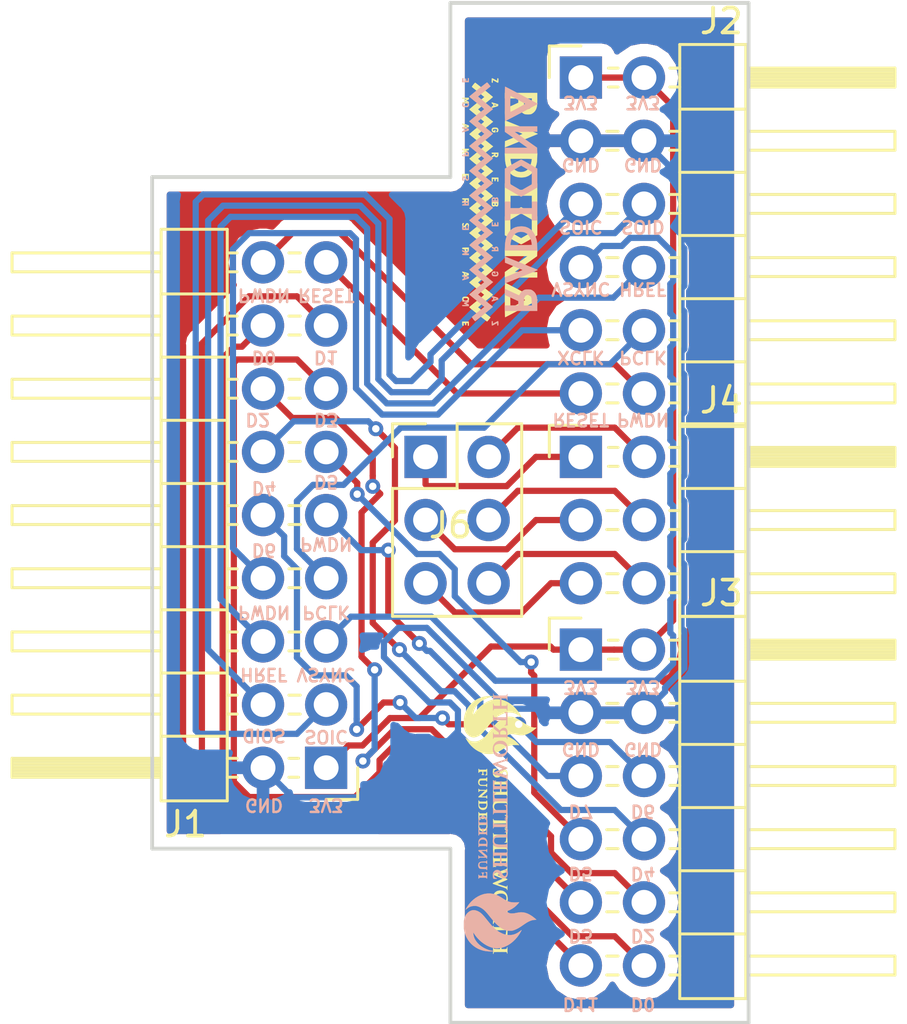
<source format=kicad_pcb>
(kicad_pcb (version 20171130) (host pcbnew 5.0.1+dfsg1-3~bpo9+1)
  (layers (0 F.Cu signal) (31 B.Cu signal) (34 B.Paste user) (35 F.Paste user) (36 B.SilkS user) (37 F.SilkS user) (38 B.Mask user) (39 F.Mask user) (44 Edge.Cuts user))
  (net 0 "")
  (net 1 3V3)
  (net 2 GND)
  (net 3 SIOC)
  (net 4 SIOD)
  (net 5 VSYNC)
  (net 6 HREF)
  (net 7 PCLK)
  (net 8 XCLK)
  (net 9 D7)
  (net 10 D6)
  (net 11 D5)
  (net 12 D4)
  (net 13 D3)
  (net 14 D2)
  (net 15 D1)
  (net 16 D0)
  (net 17 RESET)
  (net 18 PWDN)
  (net 19 "Net-(J4-Pad1)")
  (net 20 "Net-(J4-Pad2)")
  (net 21 "Net-(J4-Pad3)")
  (net 22 "Net-(J4-Pad4)")
  (net 23 "Net-(J4-Pad5)")
  (net 24 "Net-(J4-Pad6)")
  (module parts:radiona-10mm (layer B.Cu) (at 154 64 90)
    (fp_text reference G*** hide)
    (fp_text value LOGO hide)
  )
  (module parts:shutleworth-12mm (layer B.Cu) (at 154 89 90)
    (fp_text reference G*** hide)
    (fp_text value LOGO hide)
  )
  (module Connector_PinHeader_2.54mm:PinHeader_2x09_P2.54mm_Horizontal (layer F.Cu) (at 147 86.75 180)
    (fp_text reference J1 (at 5.655 -2.27 180) (layer F.SilkS))
    (fp_text value OV7670)
    (pad 1 thru_hole rect (at 0 0 180) (size 1.7 1.7) (drill 1) (layers *.Cu *.Mask) (net 1 3V3))
    (pad 2 thru_hole oval (at 2.54 0 180) (size 1.7 1.7) (drill 1) (layers *.Cu *.Mask) (net 2 GND))
    (pad 3 thru_hole oval (at 0 2.54 180) (size 1.7 1.7) (drill 1) (layers *.Cu *.Mask) (net 3 SIOC))
    (pad 4 thru_hole oval (at 2.54 2.54 180) (size 1.7 1.7) (drill 1) (layers *.Cu *.Mask) (net 4 SIOD))
    (pad 5 thru_hole oval (at 0 5.08 180) (size 1.7 1.7) (drill 1) (layers *.Cu *.Mask) (net 5 VSYNC))
    (pad 6 thru_hole oval (at 2.54 5.08 180) (size 1.7 1.7) (drill 1) (layers *.Cu *.Mask) (net 6 HREF))
    (pad 7 thru_hole oval (at 0 7.62 180) (size 1.7 1.7) (drill 1) (layers *.Cu *.Mask) (net 7 PCLK))
    (pad 8 thru_hole oval (at 2.54 7.62 180) (size 1.7 1.7) (drill 1) (layers *.Cu *.Mask) (net 8 XCLK))
    (pad 9 thru_hole oval (at 0 10.16 180) (size 1.7 1.7) (drill 1) (layers *.Cu *.Mask) (net 9 D7))
    (pad 10 thru_hole oval (at 2.54 10.16 180) (size 1.7 1.7) (drill 1) (layers *.Cu *.Mask) (net 10 D6))
    (pad 11 thru_hole oval (at 0 12.7 180) (size 1.7 1.7) (drill 1) (layers *.Cu *.Mask) (net 11 D5))
    (pad 12 thru_hole oval (at 2.54 12.7 180) (size 1.7 1.7) (drill 1) (layers *.Cu *.Mask) (net 12 D4))
    (pad 13 thru_hole oval (at 0 15.24 180) (size 1.7 1.7) (drill 1) (layers *.Cu *.Mask) (net 13 D3))
    (pad 14 thru_hole oval (at 2.54 15.24 180) (size 1.7 1.7) (drill 1) (layers *.Cu *.Mask) (net 14 D2))
    (pad 15 thru_hole oval (at 0 17.78 180) (size 1.7 1.7) (drill 1) (layers *.Cu *.Mask) (net 15 D1))
    (pad 16 thru_hole oval (at 2.54 17.78 180) (size 1.7 1.7) (drill 1) (layers *.Cu *.Mask) (net 16 D0))
    (pad 17 thru_hole oval (at 0 20.32 180) (size 1.7 1.7) (drill 1) (layers *.Cu *.Mask) (net 17 RESET))
    (pad 18 thru_hole oval (at 2.54 20.32 180) (size 1.7 1.7) (drill 1) (layers *.Cu *.Mask) (net 18 PWDN))
  )
  (module Connector_PinHeader_2.54mm:PinHeader_2x06_P2.54mm_Horizontal (layer F.Cu) (at 157.25 59)
    (fp_text reference J2 (at 5.655 -2.27) (layer F.SilkS))
    (fp_text value PMOD1)
    (pad 1 thru_hole rect (at 0 0) (size 1.7 1.7) (drill 1) (layers *.Cu *.Mask) (net 1 3V3))
    (pad 2 thru_hole oval (at 2.54 0) (size 1.7 1.7) (drill 1) (layers *.Cu *.Mask) (net 1 3V3))
    (pad 3 thru_hole oval (at 0 2.54) (size 1.7 1.7) (drill 1) (layers *.Cu *.Mask) (net 2 GND))
    (pad 4 thru_hole oval (at 2.54 2.54) (size 1.7 1.7) (drill 1) (layers *.Cu *.Mask) (net 2 GND))
    (pad 5 thru_hole oval (at 0 5.08) (size 1.7 1.7) (drill 1) (layers *.Cu *.Mask) (net 3 SIOC))
    (pad 6 thru_hole oval (at 2.54 5.08) (size 1.7 1.7) (drill 1) (layers *.Cu *.Mask) (net 4 SIOD))
    (pad 7 thru_hole oval (at 0 7.62) (size 1.7 1.7) (drill 1) (layers *.Cu *.Mask) (net 5 VSYNC))
    (pad 8 thru_hole oval (at 2.54 7.62) (size 1.7 1.7) (drill 1) (layers *.Cu *.Mask) (net 6 HREF))
    (pad 9 thru_hole oval (at 0 10.16) (size 1.7 1.7) (drill 1) (layers *.Cu *.Mask) (net 8 XCLK))
    (pad 10 thru_hole oval (at 2.54 10.16) (size 1.7 1.7) (drill 1) (layers *.Cu *.Mask) (net 7 PCLK))
    (pad 11 thru_hole oval (at 0 12.7) (size 1.7 1.7) (drill 1) (layers *.Cu *.Mask) (net 17 RESET))
    (pad 12 thru_hole oval (at 2.54 12.7) (size 1.7 1.7) (drill 1) (layers *.Cu *.Mask) (net 18 PWDN))
  )
  (module Connector_PinHeader_2.54mm:PinHeader_2x06_P2.54mm_Horizontal (layer F.Cu) (at 157.25 82)
    (fp_text reference J3 (at 5.655 -2.27) (layer F.SilkS))
    (fp_text value PMOD2)
    (pad 1 thru_hole rect (at 0 0) (size 1.7 1.7) (drill 1) (layers *.Cu *.Mask) (net 1 3V3))
    (pad 2 thru_hole oval (at 2.54 0) (size 1.7 1.7) (drill 1) (layers *.Cu *.Mask) (net 1 3V3))
    (pad 3 thru_hole oval (at 0 2.54) (size 1.7 1.7) (drill 1) (layers *.Cu *.Mask) (net 2 GND))
    (pad 4 thru_hole oval (at 2.54 2.54) (size 1.7 1.7) (drill 1) (layers *.Cu *.Mask) (net 2 GND))
    (pad 5 thru_hole oval (at 0 5.08) (size 1.7 1.7) (drill 1) (layers *.Cu *.Mask) (net 9 D7))
    (pad 6 thru_hole oval (at 2.54 5.08) (size 1.7 1.7) (drill 1) (layers *.Cu *.Mask) (net 10 D6))
    (pad 7 thru_hole oval (at 0 7.62) (size 1.7 1.7) (drill 1) (layers *.Cu *.Mask) (net 11 D5))
    (pad 8 thru_hole oval (at 2.54 7.62) (size 1.7 1.7) (drill 1) (layers *.Cu *.Mask) (net 12 D4))
    (pad 9 thru_hole oval (at 0 10.16) (size 1.7 1.7) (drill 1) (layers *.Cu *.Mask) (net 13 D3))
    (pad 10 thru_hole oval (at 2.54 10.16) (size 1.7 1.7) (drill 1) (layers *.Cu *.Mask) (net 14 D2))
    (pad 11 thru_hole oval (at 0 12.7) (size 1.7 1.7) (drill 1) (layers *.Cu *.Mask) (net 15 D1))
    (pad 12 thru_hole oval (at 2.54 12.7) (size 1.7 1.7) (drill 1) (layers *.Cu *.Mask) (net 16 D0))
  )
  (module Connector_PinHeader_2.54mm:PinHeader_2x03_P2.54mm_Horizontal (layer F.Cu) (at 157.25 74.25)
    (fp_text reference J4 (at 5.655 -2.27) (layer F.SilkS))
    (fp_text value PMOD1_EXT)
    (pad 1 thru_hole rect (at 0 0) (size 1.7 1.7) (drill 1) (layers *.Cu *.Mask) (net 19 "Net-(J4-Pad1)"))
    (pad 2 thru_hole oval (at 2.54 0) (size 1.7 1.7) (drill 1) (layers *.Cu *.Mask) (net 20 "Net-(J4-Pad2)"))
    (pad 3 thru_hole oval (at 0 2.54) (size 1.7 1.7) (drill 1) (layers *.Cu *.Mask) (net 21 "Net-(J4-Pad3)"))
    (pad 4 thru_hole oval (at 2.54 2.54) (size 1.7 1.7) (drill 1) (layers *.Cu *.Mask) (net 22 "Net-(J4-Pad4)"))
    (pad 5 thru_hole oval (at 0 5.08) (size 1.7 1.7) (drill 1) (layers *.Cu *.Mask) (net 23 "Net-(J4-Pad5)"))
    (pad 6 thru_hole oval (at 2.54 5.08) (size 1.7 1.7) (drill 1) (layers *.Cu *.Mask) (net 24 "Net-(J4-Pad6)"))
  )
  (module Connector_PinHeader_2.54mm:PinHeader_2x03_P2.54mm_Vertical (layer F.Cu) (at 151 74.25)
    (fp_text reference J6 (at 1 2.75) (layer F.SilkS))
    (fp_text value EXT1)
    (pad 1 thru_hole rect (at 0 0) (size 1.7 1.7) (drill 1) (layers *.Cu *.Mask) (net 19 "Net-(J4-Pad1)"))
    (pad 2 thru_hole oval (at 2.54 0) (size 1.7 1.7) (drill 1) (layers *.Cu *.Mask) (net 20 "Net-(J4-Pad2)"))
    (pad 3 thru_hole oval (at 0 2.54) (size 1.7 1.7) (drill 1) (layers *.Cu *.Mask) (net 21 "Net-(J4-Pad3)"))
    (pad 4 thru_hole oval (at 2.54 2.54) (size 1.7 1.7) (drill 1) (layers *.Cu *.Mask) (net 22 "Net-(J4-Pad4)"))
    (pad 5 thru_hole oval (at 0 5.08) (size 1.7 1.7) (drill 1) (layers *.Cu *.Mask) (net 23 "Net-(J4-Pad5)"))
    (pad 6 thru_hole oval (at 2.54 5.08) (size 1.7 1.7) (drill 1) (layers *.Cu *.Mask) (net 24 "Net-(J4-Pad6)"))
  )
  (module parts:shutleworth-12mm (layer F.Cu) (at 154 89 270)
    (fp_text reference G*** hide)
    (fp_text value LOGO hide)
  )
  (module parts:radiona-10mm (layer F.Cu) (at 154 64 270)
    (fp_text reference G*** hide)
    (fp_text value LOGO hide)
  )
  (gr_line (start 140 63) (end 140 90) (layer Edge.Cuts) (width 0.15))
  (gr_line (start 152 63) (end 140 63) (layer Edge.Cuts) (width 0.15))
  (gr_line (start 152 62) (end 152 63) (layer Edge.Cuts) (width 0.15))
  (gr_line (start 152 97) (end 164 97) (layer Edge.Cuts) (width 0.15))
  (gr_line (start 152 90) (end 152 97) (layer Edge.Cuts) (width 0.15))
  (gr_line (start 140 90) (end 152 90) (layer Edge.Cuts) (width 0.15))
  (gr_line (start 152 56) (end 152 62) (layer Edge.Cuts) (width 0.15))
  (gr_line (start 164 56) (end 152 56) (layer Edge.Cuts) (width 0.15))
  (gr_line (start 164 97) (end 164 56) (layer Edge.Cuts) (width 0.15))
  (gr_text PWDN (at 159.75 72.75 180) (layer B.SilkS) (effects (font (size 0.5 0.5) (thickness 0.1)) (justify mirror)))
  (gr_text RESET (at 157.25 72.75 180) (layer B.SilkS) (effects (font (size 0.5 0.5) (thickness 0.1)) (justify mirror)))
  (gr_text PCLK (at 159.75 70.25 180) (layer B.SilkS) (effects (font (size 0.5 0.5) (thickness 0.1)) (justify mirror)))
  (gr_text XCLK (at 157.25 70.25 180) (layer B.SilkS) (effects (font (size 0.5 0.5) (thickness 0.1)) (justify mirror)))
  (gr_text HREF (at 159.75 67.5 180) (layer B.SilkS) (effects (font (size 0.5 0.5) (thickness 0.1)) (justify mirror)))
  (gr_text VSYNC (at 157.25 67.5 180) (layer B.SilkS) (effects (font (size 0.5 0.5) (thickness 0.1)) (justify mirror)))
  (gr_text SOID (at 159.75 65 180) (layer B.SilkS) (effects (font (size 0.5 0.5) (thickness 0.1)) (justify mirror)))
  (gr_text SOIC (at 157.25 65 180) (layer B.SilkS) (effects (font (size 0.5 0.5) (thickness 0.1)) (justify mirror)))
  (gr_text GND (at 159.75 62.5 180) (layer B.SilkS) (effects (font (size 0.5 0.5) (thickness 0.1)) (justify mirror)))
  (gr_text GND (at 157.25 62.5 180) (layer B.SilkS) (effects (font (size 0.5 0.5) (thickness 0.1)) (justify mirror)))
  (gr_text 3V3 (at 157.25 60 180) (layer B.SilkS) (effects (font (size 0.5 0.5) (thickness 0.1)) (justify mirror)))
  (gr_text 3V3 (at 159.75 60 180) (layer B.SilkS) (effects (font (size 0.5 0.5) (thickness 0.1)) (justify mirror)))
  (gr_text D11 (at 157.25 96.25 180) (layer B.SilkS) (effects (font (size 0.5 0.5) (thickness 0.1)) (justify mirror)))
  (gr_text D0 (at 159.75 96.25 180) (layer B.SilkS) (effects (font (size 0.5 0.5) (thickness 0.1)) (justify mirror)))
  (gr_text D2 (at 159.75 93.5 180) (layer B.SilkS) (effects (font (size 0.5 0.5) (thickness 0.1)) (justify mirror)))
  (gr_text D3 (at 157.25 93.5 180) (layer B.SilkS) (effects (font (size 0.5 0.5) (thickness 0.1)) (justify mirror)))
  (gr_text D5 (at 157.25 91 180) (layer B.SilkS) (effects (font (size 0.5 0.5) (thickness 0.1)) (justify mirror)))
  (gr_text D4 (at 159.75 91 180) (layer B.SilkS) (effects (font (size 0.5 0.5) (thickness 0.1)) (justify mirror)))
  (gr_text D6 (at 159.75 88.5 180) (layer B.SilkS) (effects (font (size 0.5 0.5) (thickness 0.1)) (justify mirror)))
  (gr_text D7 (at 157.25 88.5 180) (layer B.SilkS) (effects (font (size 0.5 0.5) (thickness 0.1)) (justify mirror)))
  (gr_text GND (at 157.25 86 180) (layer B.SilkS) (effects (font (size 0.5 0.5) (thickness 0.1)) (justify mirror)))
  (gr_text GND (at 159.75 86 180) (layer B.SilkS) (effects (font (size 0.5 0.5) (thickness 0.1)) (justify mirror)))
  (gr_text 3V3 (at 157.25 83.5 180) (layer B.SilkS) (effects (font (size 0.5 0.5) (thickness 0.1)) (justify mirror)))
  (gr_text 3V3 (at 159.75 83.5 180) (layer B.SilkS) (effects (font (size 0.5 0.5) (thickness 0.1)) (justify mirror)))
  (gr_text 3V3 (at 147 88.25 180) (layer B.SilkS) (effects (font (size 0.5 0.5) (thickness 0.1)) (justify mirror)))
  (gr_text PCLK (at 147 80.5 180) (layer B.SilkS) (effects (font (size 0.5 0.5) (thickness 0.1)) (justify mirror)))
  (gr_text VSYNC (at 147 83 180) (layer B.SilkS) (effects (font (size 0.5 0.5) (thickness 0.1)) (justify mirror)))
  (gr_text PWDN (at 147 77.75 180) (layer B.SilkS) (effects (font (size 0.5 0.5) (thickness 0.1)) (justify mirror)))
  (gr_text D5 (at 147 75.25 180) (layer B.SilkS) (effects (font (size 0.5 0.5) (thickness 0.1)) (justify mirror)))
  (gr_text D3 (at 147 72.75 180) (layer B.SilkS) (effects (font (size 0.5 0.5) (thickness 0.1)) (justify mirror)))
  (gr_text D1 (at 147 70.25 180) (layer B.SilkS) (effects (font (size 0.5 0.5) (thickness 0.1)) (justify mirror)))
  (gr_text GND (at 144.5 88.25 180) (layer B.SilkS) (effects (font (size 0.5 0.5) (thickness 0.1)) (justify mirror)))
  (gr_text HREF (at 144.5 83 180) (layer B.SilkS) (effects (font (size 0.5 0.5) (thickness 0.1)) (justify mirror)))
  (gr_text PWDN (at 144.5 80.5 180) (layer B.SilkS) (effects (font (size 0.5 0.5) (thickness 0.1)) (justify mirror)))
  (gr_text D6 (at 144.5 78 180) (layer B.SilkS) (effects (font (size 0.5 0.5) (thickness 0.1)) (justify mirror)))
  (gr_text D4 (at 144.5 75.5 180) (layer B.SilkS) (effects (font (size 0.5 0.5) (thickness 0.1)) (justify mirror)))
  (gr_text D2 (at 144.25 72.75 180) (layer B.SilkS) (effects (font (size 0.5 0.5) (thickness 0.1)) (justify mirror)))
  (gr_text D0 (at 144.5 70.25 180) (layer B.SilkS) (effects (font (size 0.5 0.5) (thickness 0.1)) (justify mirror)))
  (gr_text PWDN (at 144.5 67.75 180) (layer B.SilkS) (effects (font (size 0.5 0.5) (thickness 0.1)) (justify mirror)))
  (gr_text RESET (at 147 67.75 180) (layer B.SilkS) (effects (font (size 0.5 0.5) (thickness 0.1)) (justify mirror)))
  (gr_text SOIC (at 147 85.5 180) (layer B.SilkS) (effects (font (size 0.5 0.5) (thickness 0.1)) (justify mirror)))
  (gr_text SOID (at 144.5 85.5) (layer B.SilkS) (effects (font (size 0.5 0.5) (thickness 0.1)) (justify mirror)))
  (segment (start 157.25 59) (end 159.79 59) (width 0.25) (layer F.Cu) (net 1))
  (segment (start 158.587919 82) (end 157.25 82) (width 0.25) (layer F.Cu) (net 1))
  (segment (start 159.79 82) (end 158.587919 82) (width 0.25) (layer F.Cu) (net 1))
  (segment (start 160.965001 80.824999) (end 160.639999 81.150001) (width 0.25) (layer F.Cu) (net 1))
  (segment (start 160.639999 81.150001) (end 159.79 82) (width 0.25) (layer F.Cu) (net 1))
  (segment (start 160.965001 60.175001) (end 160.965001 80.824999) (width 0.25) (layer F.Cu) (net 1))
  (segment (start 159.79 59) (end 160.965001 60.175001) (width 0.25) (layer F.Cu) (net 1))
  (segment (start 153.632241 81.874998) (end 150.757292 84.749947) (width 0.25) (layer F.Cu) (net 1))
  (segment (start 148.465154 85.852792) (end 147.897208 85.852792) (width 0.25) (layer F.Cu) (net 1))
  (segment (start 147.897208 85.852792) (end 147 86.75) (width 0.25) (layer F.Cu) (net 1))
  (segment (start 156.024998 81.874998) (end 153.632241 81.874998) (width 0.25) (layer F.Cu) (net 1))
  (segment (start 149.567999 84.749947) (end 148.465154 85.852792) (width 0.25) (layer F.Cu) (net 1))
  (segment (start 150.757292 84.749947) (end 149.567999 84.749947) (width 0.25) (layer F.Cu) (net 1))
  (segment (start 156.15 82) (end 156.024998 81.874998) (width 0.25) (layer F.Cu) (net 1))
  (segment (start 157.25 82) (end 156.15 82) (width 0.25) (layer F.Cu) (net 1))
  (segment (start 157.25 84.54) (end 159.79 84.54) (width 0.25) (layer B.Cu) (net 2))
  (segment (start 160.639999 83.525414) (end 160.639999 83.690001) (width 0.25) (layer B.Cu) (net 2))
  (segment (start 161.415012 70.949599) (end 161.415012 72.450401) (width 0.25) (layer B.Cu) (net 2))
  (segment (start 161.299989 78.464576) (end 161.415012 78.579599) (width 0.25) (layer B.Cu) (net 2))
  (segment (start 161.299989 72.565424) (end 161.299989 73.384576) (width 0.25) (layer B.Cu) (net 2))
  (segment (start 161.415012 68.409599) (end 161.415012 69.910401) (width 0.25) (layer B.Cu) (net 2))
  (segment (start 161.299989 68.294576) (end 161.415012 68.409599) (width 0.25) (layer B.Cu) (net 2))
  (segment (start 161.415012 69.910401) (end 161.299989 70.025424) (width 0.25) (layer B.Cu) (net 2))
  (segment (start 161.415012 72.450401) (end 161.299989 72.565424) (width 0.25) (layer B.Cu) (net 2))
  (segment (start 161.299989 77.655424) (end 161.299989 78.464576) (width 0.25) (layer B.Cu) (net 2))
  (segment (start 161.415012 73.499599) (end 161.415012 75.000401) (width 0.25) (layer B.Cu) (net 2))
  (segment (start 161.299989 75.115424) (end 161.299989 75.924576) (width 0.25) (layer B.Cu) (net 2))
  (segment (start 161.415012 81.249599) (end 161.415012 82.750401) (width 0.25) (layer B.Cu) (net 2))
  (segment (start 161.415012 65.869599) (end 161.415012 67.370401) (width 0.25) (layer B.Cu) (net 2))
  (segment (start 161.415012 67.370401) (end 161.299989 67.485424) (width 0.25) (layer B.Cu) (net 2))
  (segment (start 161.415012 82.750401) (end 160.639999 83.525414) (width 0.25) (layer B.Cu) (net 2))
  (segment (start 160.639999 83.690001) (end 159.79 84.54) (width 0.25) (layer B.Cu) (net 2))
  (segment (start 161.299989 73.384576) (end 161.415012 73.499599) (width 0.25) (layer B.Cu) (net 2))
  (segment (start 161.415012 78.579599) (end 161.415012 80.080401) (width 0.25) (layer B.Cu) (net 2))
  (segment (start 161.299989 80.195424) (end 161.299989 81.134576) (width 0.25) (layer B.Cu) (net 2))
  (segment (start 161.415012 80.080401) (end 161.299989 80.195424) (width 0.25) (layer B.Cu) (net 2))
  (segment (start 161.299989 65.754576) (end 161.415012 65.869599) (width 0.25) (layer B.Cu) (net 2))
  (segment (start 161.415012 77.540401) (end 161.299989 77.655424) (width 0.25) (layer B.Cu) (net 2))
  (segment (start 161.415012 76.039599) (end 161.415012 77.540401) (width 0.25) (layer B.Cu) (net 2))
  (segment (start 161.415012 75.000401) (end 161.299989 75.115424) (width 0.25) (layer B.Cu) (net 2))
  (segment (start 161.299989 63.049989) (end 161.299989 65.754576) (width 0.25) (layer B.Cu) (net 2))
  (segment (start 159.79 61.54) (end 161.299989 63.049989) (width 0.25) (layer B.Cu) (net 2))
  (segment (start 161.299989 70.834576) (end 161.415012 70.949599) (width 0.25) (layer B.Cu) (net 2))
  (segment (start 161.299989 70.025424) (end 161.299989 70.834576) (width 0.25) (layer B.Cu) (net 2))
  (segment (start 161.299989 81.134576) (end 161.415012 81.249599) (width 0.25) (layer B.Cu) (net 2))
  (segment (start 161.299989 67.485424) (end 161.299989 68.294576) (width 0.25) (layer B.Cu) (net 2))
  (segment (start 161.299989 75.924576) (end 161.415012 76.039599) (width 0.25) (layer B.Cu) (net 2))
  (segment (start 159.79 61.54) (end 157.25 61.54) (width 0.25) (layer B.Cu) (net 2))
  (segment (start 151.148194 84.123209) (end 151.977532 84.123209) (width 0.25) (layer B.Cu) (net 2))
  (segment (start 157.25 84.54) (end 156.047919 84.54) (width 0.25) (layer B.Cu) (net 2))
  (segment (start 149.645754 87.938153) (end 145.648153 87.938153) (width 0.25) (layer B.Cu) (net 2))
  (segment (start 145.648153 87.938153) (end 145.309999 87.599999) (width 0.25) (layer B.Cu) (net 2))
  (segment (start 155.882918 84.374999) (end 154.300003 84.374999) (width 0.25) (layer B.Cu) (net 2))
  (segment (start 152.302532 85.281375) (end 149.645754 87.938153) (width 0.25) (layer B.Cu) (net 2))
  (segment (start 151.977532 84.123209) (end 152.302532 84.448209) (width 0.25) (layer B.Cu) (net 2))
  (segment (start 154.300003 84.374999) (end 151.050002 81.124998) (width 0.25) (layer B.Cu) (net 2))
  (segment (start 149.324986 81.699999) (end 149.324986 82.300001) (width 0.25) (layer B.Cu) (net 2))
  (segment (start 149.899987 81.124998) (end 149.324986 81.699999) (width 0.25) (layer B.Cu) (net 2))
  (segment (start 151.050002 81.124998) (end 149.899987 81.124998) (width 0.25) (layer B.Cu) (net 2))
  (segment (start 149.324986 82.300001) (end 151.148194 84.123209) (width 0.25) (layer B.Cu) (net 2))
  (segment (start 156.047919 84.54) (end 155.882918 84.374999) (width 0.25) (layer B.Cu) (net 2))
  (segment (start 145.309999 87.599999) (end 144.46 86.75) (width 0.25) (layer B.Cu) (net 2))
  (segment (start 152.302532 84.448209) (end 152.302532 85.281375) (width 0.25) (layer B.Cu) (net 2))
  (segment (start 149.8136 71.200011) (end 149.549989 70.9364) (width 0.25) (layer B.Cu) (net 3))
  (segment (start 151.200011 70.129989) (end 151.200011 70.4364) (width 0.25) (layer B.Cu) (net 3))
  (segment (start 145.824999 85.385001) (end 146.150001 85.059999) (width 0.25) (layer B.Cu) (net 3))
  (segment (start 148.5636 63.700011) (end 142.049989 63.700011) (width 0.25) (layer B.Cu) (net 3))
  (segment (start 141.75 85.25) (end 141.885001 85.385001) (width 0.25) (layer B.Cu) (net 3))
  (segment (start 141.75 64) (end 141.75 85.25) (width 0.25) (layer B.Cu) (net 3))
  (segment (start 146.150001 85.059999) (end 147 84.21) (width 0.25) (layer B.Cu) (net 3))
  (segment (start 149.549989 70.9364) (end 149.549989 64.6864) (width 0.25) (layer B.Cu) (net 3))
  (segment (start 142.049989 63.700011) (end 141.75 64) (width 0.25) (layer B.Cu) (net 3))
  (segment (start 149.549989 64.6864) (end 148.5636 63.700011) (width 0.25) (layer B.Cu) (net 3))
  (segment (start 150.4364 71.200011) (end 149.8136 71.200011) (width 0.25) (layer B.Cu) (net 3))
  (segment (start 141.885001 85.385001) (end 145.824999 85.385001) (width 0.25) (layer B.Cu) (net 3))
  (segment (start 151.200011 70.4364) (end 150.4364 71.200011) (width 0.25) (layer B.Cu) (net 3))
  (segment (start 157.25 64.08) (end 151.200011 70.129989) (width 0.25) (layer B.Cu) (net 3))
  (segment (start 142.25 64.75) (end 142.25 82) (width 0.25) (layer B.Cu) (net 4))
  (segment (start 149.099978 71.1228) (end 149.099978 64.8728) (width 0.25) (layer B.Cu) (net 4))
  (segment (start 148.3772 64.150022) (end 142.849978 64.150022) (width 0.25) (layer B.Cu) (net 4))
  (segment (start 149.6272 71.650022) (end 149.099978 71.1228) (width 0.25) (layer B.Cu) (net 4))
  (segment (start 142.849978 64.150022) (end 142.25 64.75) (width 0.25) (layer B.Cu) (net 4))
  (segment (start 149.099978 64.8728) (end 148.3772 64.150022) (width 0.25) (layer B.Cu) (net 4))
  (segment (start 142.25 82) (end 143.610001 83.360001) (width 0.25) (layer B.Cu) (net 4))
  (segment (start 143.610001 83.360001) (end 144.46 84.21) (width 0.25) (layer B.Cu) (net 4))
  (segment (start 151.650022 71.1228) (end 151.1228 71.650022) (width 0.25) (layer B.Cu) (net 4))
  (segment (start 151.650022 70.3728) (end 151.650022 71.1228) (width 0.25) (layer B.Cu) (net 4))
  (segment (start 156.767821 65.255001) (end 151.650022 70.3728) (width 0.25) (layer B.Cu) (net 4))
  (segment (start 158.614999 65.255001) (end 156.767821 65.255001) (width 0.25) (layer B.Cu) (net 4))
  (segment (start 159.79 64.08) (end 158.614999 65.255001) (width 0.25) (layer B.Cu) (net 4))
  (segment (start 151.1228 71.650022) (end 149.6272 71.650022) (width 0.25) (layer B.Cu) (net 4))
  (segment (start 160.965001 79.894001) (end 160.849978 80.009024) (width 0.25) (layer B.Cu) (net 5))
  (segment (start 160.965001 72.264001) (end 160.849978 72.379024) (width 0.25) (layer B.Cu) (net 5))
  (segment (start 151.236402 80.674987) (end 147.995013 80.674987) (width 0.25) (layer B.Cu) (net 5))
  (segment (start 160.965001 78.765999) (end 160.965001 79.894001) (width 0.25) (layer B.Cu) (net 5))
  (segment (start 160.279002 83.25) (end 153.811415 83.25) (width 0.25) (layer B.Cu) (net 5))
  (segment (start 160.849978 71.020976) (end 160.965001 71.135999) (width 0.25) (layer B.Cu) (net 5))
  (segment (start 160.965001 71.135999) (end 160.965001 72.264001) (width 0.25) (layer B.Cu) (net 5))
  (segment (start 157.25 66.62) (end 158.099999 65.770001) (width 0.25) (layer B.Cu) (net 5))
  (segment (start 158.099999 65.770001) (end 158.900997 65.770001) (width 0.25) (layer B.Cu) (net 5))
  (segment (start 158.900997 65.770001) (end 159.225999 65.444999) (width 0.25) (layer B.Cu) (net 5))
  (segment (start 160.965001 66.055999) (end 160.965001 67.184001) (width 0.25) (layer B.Cu) (net 5))
  (segment (start 160.965001 69.724001) (end 160.849978 69.839024) (width 0.25) (layer B.Cu) (net 5))
  (segment (start 160.849978 69.839024) (end 160.849978 71.020976) (width 0.25) (layer B.Cu) (net 5))
  (segment (start 160.849978 80.009024) (end 160.849978 81.320976) (width 0.25) (layer B.Cu) (net 5))
  (segment (start 160.849978 67.299024) (end 160.849978 68.480976) (width 0.25) (layer B.Cu) (net 5))
  (segment (start 160.965001 74.814001) (end 160.849978 74.929024) (width 0.25) (layer B.Cu) (net 5))
  (segment (start 160.849978 72.379024) (end 160.849978 73.570976) (width 0.25) (layer B.Cu) (net 5))
  (segment (start 160.849978 76.110976) (end 160.965001 76.225999) (width 0.25) (layer B.Cu) (net 5))
  (segment (start 160.965001 68.595999) (end 160.965001 69.724001) (width 0.25) (layer B.Cu) (net 5))
  (segment (start 160.849978 74.929024) (end 160.849978 76.110976) (width 0.25) (layer B.Cu) (net 5))
  (segment (start 147.849999 80.820001) (end 147 81.67) (width 0.25) (layer B.Cu) (net 5))
  (segment (start 147.995013 80.674987) (end 147.849999 80.820001) (width 0.25) (layer B.Cu) (net 5))
  (segment (start 160.354001 65.444999) (end 160.965001 66.055999) (width 0.25) (layer B.Cu) (net 5))
  (segment (start 153.811415 83.25) (end 151.236402 80.674987) (width 0.25) (layer B.Cu) (net 5))
  (segment (start 160.965001 82.564001) (end 160.279002 83.25) (width 0.25) (layer B.Cu) (net 5))
  (segment (start 160.965001 73.685999) (end 160.965001 74.814001) (width 0.25) (layer B.Cu) (net 5))
  (segment (start 160.965001 81.435999) (end 160.965001 82.564001) (width 0.25) (layer B.Cu) (net 5))
  (segment (start 160.965001 67.184001) (end 160.849978 67.299024) (width 0.25) (layer B.Cu) (net 5))
  (segment (start 160.849978 78.650976) (end 160.965001 78.765999) (width 0.25) (layer B.Cu) (net 5))
  (segment (start 159.225999 65.444999) (end 160.354001 65.444999) (width 0.25) (layer B.Cu) (net 5))
  (segment (start 160.849978 77.469024) (end 160.849978 78.650976) (width 0.25) (layer B.Cu) (net 5))
  (segment (start 160.965001 77.354001) (end 160.849978 77.469024) (width 0.25) (layer B.Cu) (net 5))
  (segment (start 160.965001 76.225999) (end 160.965001 77.354001) (width 0.25) (layer B.Cu) (net 5))
  (segment (start 160.849978 81.320976) (end 160.965001 81.435999) (width 0.25) (layer B.Cu) (net 5))
  (segment (start 160.849978 73.570976) (end 160.965001 73.685999) (width 0.25) (layer B.Cu) (net 5))
  (segment (start 160.849978 68.480976) (end 160.965001 68.595999) (width 0.25) (layer B.Cu) (net 5))
  (segment (start 143.149967 64.600033) (end 142.75 65) (width 0.25) (layer B.Cu) (net 6))
  (segment (start 143.610001 80.820001) (end 144.46 81.67) (width 0.25) (layer B.Cu) (net 6))
  (segment (start 148.649967 65.0592) (end 148.1908 64.600033) (width 0.25) (layer B.Cu) (net 6))
  (segment (start 149.4408 72.100033) (end 148.649967 71.3092) (width 0.25) (layer B.Cu) (net 6))
  (segment (start 151.3092 72.100033) (end 149.4408 72.100033) (width 0.25) (layer B.Cu) (net 6))
  (segment (start 142.75 79.96) (end 143.610001 80.820001) (width 0.25) (layer B.Cu) (net 6))
  (segment (start 155.5592 67.850033) (end 151.3092 72.100033) (width 0.25) (layer B.Cu) (net 6))
  (segment (start 148.649967 71.3092) (end 148.649967 65.0592) (width 0.25) (layer B.Cu) (net 6))
  (segment (start 142.75 65) (end 142.75 79.96) (width 0.25) (layer B.Cu) (net 6))
  (segment (start 148.1908 64.600033) (end 143.149967 64.600033) (width 0.25) (layer B.Cu) (net 6))
  (segment (start 158.559967 67.850033) (end 155.5592 67.850033) (width 0.25) (layer B.Cu) (net 6))
  (segment (start 159.79 66.62) (end 158.559967 67.850033) (width 0.25) (layer B.Cu) (net 6))
  (segment (start 155.907056 70.524999) (end 153.357056 73.074999) (width 0.25) (layer B.Cu) (net 7))
  (segment (start 147.699998 75.374998) (end 146.476 75.374998) (width 0.25) (layer B.Cu) (net 7))
  (segment (start 149.999997 73.074999) (end 147.699998 75.374998) (width 0.25) (layer B.Cu) (net 7))
  (segment (start 146.476 75.374998) (end 145.824999 76.025999) (width 0.25) (layer B.Cu) (net 7))
  (segment (start 145.824999 77.954999) (end 146.150001 78.280001) (width 0.25) (layer B.Cu) (net 7))
  (segment (start 146.150001 78.280001) (end 147 79.13) (width 0.25) (layer B.Cu) (net 7))
  (segment (start 159.79 69.16) (end 158.425001 70.524999) (width 0.25) (layer B.Cu) (net 7))
  (segment (start 153.357056 73.074999) (end 149.999997 73.074999) (width 0.25) (layer B.Cu) (net 7))
  (segment (start 158.425001 70.524999) (end 155.907056 70.524999) (width 0.25) (layer B.Cu) (net 7))
  (segment (start 145.824999 76.025999) (end 145.824999 77.954999) (width 0.25) (layer B.Cu) (net 7))
  (segment (start 149.2544 72.550044) (end 148.199956 71.4956) (width 0.25) (layer B.Cu) (net 8))
  (segment (start 154.885644 69.16) (end 151.4956 72.550044) (width 0.25) (layer B.Cu) (net 8))
  (segment (start 151.4956 72.550044) (end 149.2544 72.550044) (width 0.25) (layer B.Cu) (net 8))
  (segment (start 147.959355 65.254999) (end 143.895999 65.254999) (width 0.25) (layer B.Cu) (net 8))
  (segment (start 143.895999 65.254999) (end 143.25 65.900998) (width 0.25) (layer B.Cu) (net 8))
  (segment (start 157.25 69.16) (end 154.885644 69.16) (width 0.25) (layer B.Cu) (net 8))
  (segment (start 143.25 77.92) (end 143.610001 78.280001) (width 0.25) (layer B.Cu) (net 8))
  (segment (start 143.25 65.900998) (end 143.25 77.92) (width 0.25) (layer B.Cu) (net 8))
  (segment (start 143.610001 78.280001) (end 144.46 79.13) (width 0.25) (layer B.Cu) (net 8))
  (segment (start 148.199956 65.4956) (end 147.959355 65.254999) (width 0.25) (layer B.Cu) (net 8))
  (segment (start 148.199956 71.4956) (end 148.199956 65.4956) (width 0.25) (layer B.Cu) (net 8))
  (via (at 150.75 81.75) (size 0.6) (drill 0.3) (layers F.Cu B.Cu) (net 9))
  (via (at 149.5 78) (size 0.6) (drill 0.3) (layers F.Cu B.Cu) (net 9))
  (segment (start 149.5 80.5) (end 149.5 78) (width 0.25) (layer F.Cu) (net 9))
  (segment (start 150.75 81.75) (end 149.5 80.5) (width 0.25) (layer F.Cu) (net 9))
  (segment (start 148.41 78) (end 147 76.59) (width 0.25) (layer B.Cu) (net 9))
  (segment (start 149.5 78) (end 148.41 78) (width 0.25) (layer B.Cu) (net 9))
  (segment (start 157.25 87.08) (end 155.904998 87.08) (width 0.25) (layer B.Cu) (net 9))
  (segment (start 155.904998 87.08) (end 153.202554 84.377556) (width 0.25) (layer B.Cu) (net 9))
  (segment (start 153.202554 84.075409) (end 151.177144 82.049999) (width 0.25) (layer B.Cu) (net 9))
  (segment (start 153.202554 84.377556) (end 153.202554 84.075409) (width 0.25) (layer B.Cu) (net 9))
  (segment (start 151.049999 82.049999) (end 150.75 81.75) (width 0.25) (layer B.Cu) (net 9))
  (segment (start 151.177144 82.049999) (end 151.049999 82.049999) (width 0.25) (layer B.Cu) (net 9))
  (via (at 154.75 85) (size 0.6) (drill 0.3) (layers F.Cu B.Cu) (net 10))
  (segment (start 158.940001 86.230001) (end 159.79 87.08) (width 0.25) (layer B.Cu) (net 10))
  (segment (start 158.425001 85.715001) (end 158.940001 86.230001) (width 0.25) (layer B.Cu) (net 10))
  (segment (start 155.465001 85.715001) (end 158.425001 85.715001) (width 0.25) (layer B.Cu) (net 10))
  (segment (start 154.75 85) (end 155.465001 85.715001) (width 0.25) (layer B.Cu) (net 10))
  (segment (start 154.75 85) (end 151.929319 85) (width 0.25) (layer F.Cu) (net 10))
  (via (at 148.228133 85.205915) (size 0.6) (drill 0.3) (layers F.Cu B.Cu) (net 10))
  (via (at 151.67753 84.748211) (size 0.6) (drill 0.3) (layers F.Cu B.Cu) (net 10))
  (via (at 149.974029 84.124937) (size 0.6) (drill 0.3) (layers F.Cu B.Cu) (net 10))
  (segment (start 148.228133 84.781651) (end 148.228133 85.205915) (width 0.25) (layer B.Cu) (net 10))
  (segment (start 151.67753 84.748211) (end 150.597303 84.748211) (width 0.25) (layer B.Cu) (net 10))
  (segment (start 150.597303 84.748211) (end 150.274028 84.424936) (width 0.25) (layer B.Cu) (net 10))
  (segment (start 145.824999 78.755997) (end 145.824999 82.324999) (width 0.25) (layer B.Cu) (net 10))
  (segment (start 151.929319 85) (end 151.67753 84.748211) (width 0.25) (layer F.Cu) (net 10))
  (segment (start 146.534999 83.034999) (end 147.784999 83.034999) (width 0.25) (layer B.Cu) (net 10))
  (segment (start 150.274028 84.424936) (end 149.974029 84.124937) (width 0.25) (layer B.Cu) (net 10))
  (segment (start 145.309999 77.439999) (end 145.309999 78.240997) (width 0.25) (layer B.Cu) (net 10))
  (segment (start 145.309999 78.240997) (end 145.824999 78.755997) (width 0.25) (layer B.Cu) (net 10))
  (segment (start 148.228133 83.478133) (end 148.228133 84.781651) (width 0.25) (layer B.Cu) (net 10))
  (segment (start 149.309111 84.124937) (end 148.528132 84.905916) (width 0.25) (layer F.Cu) (net 10))
  (segment (start 145.824999 82.324999) (end 146.534999 83.034999) (width 0.25) (layer B.Cu) (net 10))
  (segment (start 148.528132 84.905916) (end 148.228133 85.205915) (width 0.25) (layer F.Cu) (net 10))
  (segment (start 149.974029 84.124937) (end 149.309111 84.124937) (width 0.25) (layer F.Cu) (net 10))
  (segment (start 147.784999 83.034999) (end 148.228133 83.478133) (width 0.25) (layer B.Cu) (net 10))
  (segment (start 144.46 76.59) (end 145.309999 77.439999) (width 0.25) (layer B.Cu) (net 10))
  (via (at 155.25 82.5) (size 0.6) (drill 0.3) (layers F.Cu B.Cu) (net 11))
  (segment (start 151.564001 78.154999) (end 150.654999 78.154999) (width 0.25) (layer B.Cu) (net 11))
  (segment (start 152.175001 79.849265) (end 152.175001 78.765999) (width 0.25) (layer B.Cu) (net 11))
  (segment (start 150.654999 78.154999) (end 148.25 75.75) (width 0.25) (layer B.Cu) (net 11))
  (via (at 148.25 75.75) (size 0.6) (drill 0.3) (layers F.Cu B.Cu) (net 11))
  (segment (start 152.175001 78.765999) (end 151.564001 78.154999) (width 0.25) (layer B.Cu) (net 11))
  (segment (start 155.25 82.5) (end 154.825736 82.5) (width 0.25) (layer B.Cu) (net 11))
  (segment (start 154.825736 82.5) (end 152.175001 79.849265) (width 0.25) (layer B.Cu) (net 11))
  (segment (start 148.25 75.3) (end 147 74.05) (width 0.25) (layer F.Cu) (net 11))
  (segment (start 148.25 75.75) (end 148.25 75.3) (width 0.25) (layer F.Cu) (net 11))
  (segment (start 155.25 82.924264) (end 155.25 82.5) (width 0.25) (layer F.Cu) (net 11))
  (segment (start 155.375002 87.745002) (end 155.375002 83.049266) (width 0.25) (layer F.Cu) (net 11))
  (segment (start 157.25 89.62) (end 155.375002 87.745002) (width 0.25) (layer F.Cu) (net 11))
  (segment (start 155.375002 83.049266) (end 155.25 82.924264) (width 0.25) (layer F.Cu) (net 11))
  (via (at 149.949987 82) (size 0.6) (drill 0.3) (layers F.Cu B.Cu) (net 12))
  (segment (start 149.949987 82) (end 148.874998 80.925011) (width 0.25) (layer F.Cu) (net 12))
  (segment (start 145.689811 72.820189) (end 148.698326 72.820189) (width 0.25) (layer B.Cu) (net 12))
  (segment (start 148.698326 72.820189) (end 148.998325 73.120188) (width 0.25) (layer B.Cu) (net 12))
  (via (at 148.998325 73.120188) (size 0.6) (drill 0.3) (layers F.Cu B.Cu) (net 12))
  (segment (start 144.46 74.05) (end 145.689811 72.820189) (width 0.25) (layer B.Cu) (net 12))
  (segment (start 149.767506 73.889369) (end 149.298324 73.420187) (width 0.25) (layer F.Cu) (net 12))
  (segment (start 149.298324 73.420187) (end 148.998325 73.120188) (width 0.25) (layer F.Cu) (net 12))
  (segment (start 148.874998 77.699998) (end 149.767506 76.80749) (width 0.25) (layer F.Cu) (net 12))
  (segment (start 149.767506 76.80749) (end 149.767506 73.889369) (width 0.25) (layer F.Cu) (net 12))
  (segment (start 148.874998 80.925011) (end 148.874998 77.699998) (width 0.25) (layer F.Cu) (net 12))
  (segment (start 150.249986 82.299999) (end 149.949987 82) (width 0.25) (layer B.Cu) (net 12))
  (segment (start 152.163932 83.673198) (end 151.623185 83.673198) (width 0.25) (layer B.Cu) (net 12))
  (segment (start 151.623185 83.673198) (end 150.249986 82.299999) (width 0.25) (layer B.Cu) (net 12))
  (segment (start 159.79 89.62) (end 158.614999 88.444999) (width 0.25) (layer B.Cu) (net 12))
  (segment (start 158.614999 88.444999) (end 156.444999 88.444999) (width 0.25) (layer B.Cu) (net 12))
  (segment (start 152.752543 84.261809) (end 152.163932 83.673198) (width 0.25) (layer B.Cu) (net 12))
  (segment (start 152.752543 84.752542) (end 152.752543 84.261809) (width 0.25) (layer B.Cu) (net 12))
  (segment (start 156.444999 88.444999) (end 152.752543 84.752542) (width 0.25) (layer B.Cu) (net 12))
  (segment (start 143.415001 70.334999) (end 145.824999 70.334999) (width 0.25) (layer F.Cu) (net 13))
  (segment (start 145.824999 70.334999) (end 146.150001 70.660001) (width 0.25) (layer F.Cu) (net 13))
  (segment (start 143.284999 70.465001) (end 143.415001 70.334999) (width 0.25) (layer F.Cu) (net 13))
  (segment (start 148.165767 87.925001) (end 143.895999 87.925001) (width 0.25) (layer F.Cu) (net 13))
  (segment (start 143.284999 87.314001) (end 143.284999 70.465001) (width 0.25) (layer F.Cu) (net 13))
  (segment (start 155.600033 90.510033) (end 155.600033 89.6908) (width 0.25) (layer F.Cu) (net 13))
  (segment (start 146.150001 70.660001) (end 147 71.51) (width 0.25) (layer F.Cu) (net 13))
  (segment (start 149.940799 85.649969) (end 149.149969 86.440799) (width 0.25) (layer F.Cu) (net 13))
  (segment (start 152.809202 86.899969) (end 152.309199 86.899969) (width 0.25) (layer F.Cu) (net 13))
  (segment (start 143.895999 87.925001) (end 143.284999 87.314001) (width 0.25) (layer F.Cu) (net 13))
  (segment (start 151.059201 85.649969) (end 149.940799 85.649969) (width 0.25) (layer F.Cu) (net 13))
  (segment (start 152.309199 86.899969) (end 151.059201 85.649969) (width 0.25) (layer F.Cu) (net 13))
  (segment (start 149.149969 86.940799) (end 148.165767 87.925001) (width 0.25) (layer F.Cu) (net 13))
  (segment (start 157.25 92.16) (end 155.600033 90.510033) (width 0.25) (layer F.Cu) (net 13))
  (segment (start 149.149969 86.440799) (end 149.149969 86.940799) (width 0.25) (layer F.Cu) (net 13))
  (segment (start 155.600033 89.6908) (end 152.809202 86.899969) (width 0.25) (layer F.Cu) (net 13))
  (segment (start 148.87499 74.185988) (end 148.87499 75.010042) (width 0.25) (layer F.Cu) (net 14))
  (segment (start 144.46 71.51) (end 145.635001 72.685001) (width 0.25) (layer F.Cu) (net 14))
  (segment (start 147.374003 72.685001) (end 148.87499 74.185988) (width 0.25) (layer F.Cu) (net 14))
  (segment (start 148.87499 75.010042) (end 148.87499 75.434306) (width 0.25) (layer F.Cu) (net 14))
  (via (at 148.87499 75.434306) (size 0.6) (drill 0.3) (layers F.Cu B.Cu) (net 14))
  (segment (start 145.635001 72.685001) (end 147.374003 72.685001) (width 0.25) (layer F.Cu) (net 14))
  (via (at 148.951132 82.810045) (size 0.6) (drill 0.3) (layers F.Cu B.Cu) (net 14))
  (segment (start 148.87499 75.434306) (end 149.174989 75.734305) (width 0.25) (layer F.Cu) (net 14))
  (segment (start 148.424987 76.484307) (end 148.424987 82.2839) (width 0.25) (layer F.Cu) (net 14))
  (segment (start 148.424987 82.2839) (end 148.951132 82.810045) (width 0.25) (layer F.Cu) (net 14))
  (segment (start 149.174989 75.734305) (end 148.424987 76.484307) (width 0.25) (layer F.Cu) (net 14))
  (segment (start 152.995602 86.449958) (end 152.495599 86.449958) (width 0.25) (layer F.Cu) (net 14))
  (segment (start 148.779075 86.177795) (end 148.479076 86.477794) (width 0.25) (layer B.Cu) (net 14))
  (via (at 148.479076 86.477794) (size 0.6) (drill 0.3) (layers F.Cu B.Cu) (net 14))
  (segment (start 148.951132 82.810045) (end 148.951132 86.005738) (width 0.25) (layer B.Cu) (net 14))
  (segment (start 148.951132 86.005738) (end 148.779075 86.177795) (width 0.25) (layer B.Cu) (net 14))
  (segment (start 148.779075 86.177795) (end 148.479076 86.477794) (width 0.25) (layer F.Cu) (net 14))
  (segment (start 159.79 92.16) (end 158.614999 90.984999) (width 0.25) (layer F.Cu) (net 14))
  (segment (start 156.050044 89.5044) (end 152.995602 86.449958) (width 0.25) (layer F.Cu) (net 14))
  (segment (start 151.245601 85.199958) (end 149.754399 85.199958) (width 0.25) (layer F.Cu) (net 14))
  (segment (start 148.779075 86.175282) (end 148.779075 86.177795) (width 0.25) (layer F.Cu) (net 14))
  (segment (start 156.875997 90.984999) (end 156.050044 90.159046) (width 0.25) (layer F.Cu) (net 14))
  (segment (start 152.495599 86.449958) (end 151.245601 85.199958) (width 0.25) (layer F.Cu) (net 14))
  (segment (start 158.614999 90.984999) (end 156.875997 90.984999) (width 0.25) (layer F.Cu) (net 14))
  (segment (start 156.050044 90.159046) (end 156.050044 89.5044) (width 0.25) (layer F.Cu) (net 14))
  (segment (start 149.754399 85.199958) (end 148.779075 86.175282) (width 0.25) (layer F.Cu) (net 14))
  (segment (start 142 69.690998) (end 143.895999 67.794999) (width 0.25) (layer F.Cu) (net 15))
  (segment (start 143.895999 67.794999) (end 145.824999 67.794999) (width 0.25) (layer F.Cu) (net 15))
  (segment (start 145.824999 67.794999) (end 146.150001 68.120001) (width 0.25) (layer F.Cu) (net 15))
  (segment (start 146.150001 68.120001) (end 147 68.97) (width 0.25) (layer F.Cu) (net 15))
  (segment (start 142 87) (end 142 69.690998) (width 0.25) (layer F.Cu) (net 15))
  (segment (start 142 87.301824) (end 142 87) (width 0.25) (layer F.Cu) (net 15))
  (segment (start 152.436402 87.799991) (end 151.936401 87.799991) (width 0.25) (layer F.Cu) (net 15))
  (segment (start 143.5 89) (end 142 87.5) (width 0.25) (layer F.Cu) (net 15))
  (segment (start 142 87.5) (end 142 87) (width 0.25) (layer F.Cu) (net 15))
  (segment (start 150.686401 86.549991) (end 150.313599 86.549991) (width 0.25) (layer F.Cu) (net 15))
  (segment (start 157.25 94.7) (end 154.700011 92.150011) (width 0.25) (layer F.Cu) (net 15))
  (segment (start 150.049991 86.813599) (end 150.049991 87.313599) (width 0.25) (layer F.Cu) (net 15))
  (segment (start 150.313599 86.549991) (end 150.049991 86.813599) (width 0.25) (layer F.Cu) (net 15))
  (segment (start 154.700011 90.0636) (end 152.436402 87.799991) (width 0.25) (layer F.Cu) (net 15))
  (segment (start 148.36359 89) (end 143.5 89) (width 0.25) (layer F.Cu) (net 15))
  (segment (start 150.049991 87.313599) (end 148.36359 89) (width 0.25) (layer F.Cu) (net 15))
  (segment (start 154.700011 92.150011) (end 154.700011 90.0636) (width 0.25) (layer F.Cu) (net 15))
  (segment (start 151.936401 87.799991) (end 150.686401 86.549991) (width 0.25) (layer F.Cu) (net 15))
  (segment (start 155.150022 91.763612) (end 155.150022 89.8772) (width 0.25) (layer F.Cu) (net 16))
  (segment (start 148.352167 88.375012) (end 143.709599 88.375012) (width 0.25) (layer F.Cu) (net 16))
  (segment (start 149.59998 87.127199) (end 148.352167 88.375012) (width 0.25) (layer F.Cu) (net 16))
  (segment (start 152.622802 87.34998) (end 152.1228 87.34998) (width 0.25) (layer F.Cu) (net 16))
  (segment (start 156.911409 93.524999) (end 155.150022 91.763612) (width 0.25) (layer F.Cu) (net 16))
  (segment (start 143.29359 69.819999) (end 143.610001 69.819999) (width 0.25) (layer F.Cu) (net 16))
  (segment (start 159.79 94.7) (end 158.614999 93.524999) (width 0.25) (layer F.Cu) (net 16))
  (segment (start 150.872801 86.09998) (end 150.127199 86.09998) (width 0.25) (layer F.Cu) (net 16))
  (segment (start 142.834988 70.278601) (end 143.29359 69.819999) (width 0.25) (layer F.Cu) (net 16))
  (segment (start 142.834988 87.500401) (end 142.834988 70.278601) (width 0.25) (layer F.Cu) (net 16))
  (segment (start 143.709599 88.375012) (end 142.834988 87.500401) (width 0.25) (layer F.Cu) (net 16))
  (segment (start 149.59998 86.627199) (end 149.59998 87.127199) (width 0.25) (layer F.Cu) (net 16))
  (segment (start 150.127199 86.09998) (end 149.59998 86.627199) (width 0.25) (layer F.Cu) (net 16))
  (segment (start 152.1228 87.34998) (end 150.872801 86.09998) (width 0.25) (layer F.Cu) (net 16))
  (segment (start 143.610001 69.819999) (end 144.46 68.97) (width 0.25) (layer F.Cu) (net 16))
  (segment (start 155.150022 89.8772) (end 152.622802 87.34998) (width 0.25) (layer F.Cu) (net 16))
  (segment (start 158.614999 93.524999) (end 156.911409 93.524999) (width 0.25) (layer F.Cu) (net 16))
  (segment (start 152.27 71.7) (end 147 66.43) (width 0.25) (layer F.Cu) (net 17))
  (segment (start 157.25 71.7) (end 152.27 71.7) (width 0.25) (layer F.Cu) (net 17))
  (segment (start 145.309999 65.580001) (end 144.46 66.43) (width 0.25) (layer F.Cu) (net 18))
  (segment (start 145.635001 65.254999) (end 145.309999 65.580001) (width 0.25) (layer F.Cu) (net 18))
  (segment (start 147.564001 65.254999) (end 145.635001 65.254999) (width 0.25) (layer F.Cu) (net 18))
  (segment (start 152.834001 70.524999) (end 147.564001 65.254999) (width 0.25) (layer F.Cu) (net 18))
  (segment (start 158.614999 70.524999) (end 152.834001 70.524999) (width 0.25) (layer F.Cu) (net 18))
  (segment (start 159.79 71.7) (end 158.614999 70.524999) (width 0.25) (layer F.Cu) (net 18))
  (segment (start 151.075001 75.425001) (end 151 75.35) (width 0.25) (layer F.Cu) (net 19))
  (segment (start 151 75.35) (end 151 74.25) (width 0.25) (layer F.Cu) (net 19))
  (segment (start 155.443589 74.25) (end 154.268588 75.425001) (width 0.25) (layer F.Cu) (net 19))
  (segment (start 154.268588 75.425001) (end 151.075001 75.425001) (width 0.25) (layer F.Cu) (net 19))
  (segment (start 157.25 74.25) (end 155.443589 74.25) (width 0.25) (layer F.Cu) (net 19))
  (segment (start 154.389999 73.400001) (end 153.54 74.25) (width 0.25) (layer F.Cu) (net 20))
  (segment (start 154.715001 73.074999) (end 154.389999 73.400001) (width 0.25) (layer F.Cu) (net 20))
  (segment (start 158.614999 73.074999) (end 154.715001 73.074999) (width 0.25) (layer F.Cu) (net 20))
  (segment (start 159.79 74.25) (end 158.614999 73.074999) (width 0.25) (layer F.Cu) (net 20))
  (segment (start 157.25 76.79) (end 155.443589 76.79) (width 0.25) (layer F.Cu) (net 21))
  (segment (start 151.849999 77.639999) (end 151 76.79) (width 0.25) (layer F.Cu) (net 21))
  (segment (start 152.175001 77.965001) (end 151.849999 77.639999) (width 0.25) (layer F.Cu) (net 21))
  (segment (start 155.443589 76.79) (end 154.268588 77.965001) (width 0.25) (layer F.Cu) (net 21))
  (segment (start 154.268588 77.965001) (end 152.175001 77.965001) (width 0.25) (layer F.Cu) (net 21))
  (segment (start 154.715001 75.614999) (end 154.389999 75.940001) (width 0.25) (layer F.Cu) (net 22))
  (segment (start 158.614999 75.614999) (end 154.715001 75.614999) (width 0.25) (layer F.Cu) (net 22))
  (segment (start 159.79 76.79) (end 158.614999 75.614999) (width 0.25) (layer F.Cu) (net 22))
  (segment (start 154.389999 75.940001) (end 153.54 76.79) (width 0.25) (layer F.Cu) (net 22))
  (segment (start 151.849999 80.179999) (end 151 79.33) (width 0.25) (layer F.Cu) (net 23))
  (segment (start 154.872918 80.505001) (end 152.175001 80.505001) (width 0.25) (layer F.Cu) (net 23))
  (segment (start 152.175001 80.505001) (end 151.849999 80.179999) (width 0.25) (layer F.Cu) (net 23))
  (segment (start 156.047919 79.33) (end 154.872918 80.505001) (width 0.25) (layer F.Cu) (net 23))
  (segment (start 157.25 79.33) (end 156.047919 79.33) (width 0.25) (layer F.Cu) (net 23))
  (segment (start 154.389999 78.480001) (end 153.54 79.33) (width 0.25) (layer F.Cu) (net 24))
  (segment (start 154.715001 78.154999) (end 154.389999 78.480001) (width 0.25) (layer F.Cu) (net 24))
  (segment (start 158.614999 78.154999) (end 154.715001 78.154999) (width 0.25) (layer F.Cu) (net 24))
  (segment (start 159.79 79.33) (end 158.614999 78.154999) (width 0.25) (layer F.Cu) (net 24))
  (zone (net 2) (net_name GND) (layer F.Cu) (connect_pads (clearance 0.508)) (min_thickness 0.254) (fill yes (arc_segments 16) (thermal_gap 0.508) (thermal_bridge_width 0.508))
    (polygon (pts (xy 164 56) (xy 152 56) (xy 152 63) (xy 140 63) (xy 140 90) (xy 152 90) (xy 152 97) (xy 164 97)))
  )
  (zone (net 2) (net_name GND) (layer B.Cu) (connect_pads (clearance 0.508)) (min_thickness 0.254) (fill yes (arc_segments 16) (thermal_gap 0.508) (thermal_bridge_width 0.508))
    (polygon (pts (xy 164 97) (xy 164 56) (xy 152 56) (xy 152 63) (xy 140 63) (xy 140 90) (xy 152 90) (xy 152 97)))
  )
)
</source>
